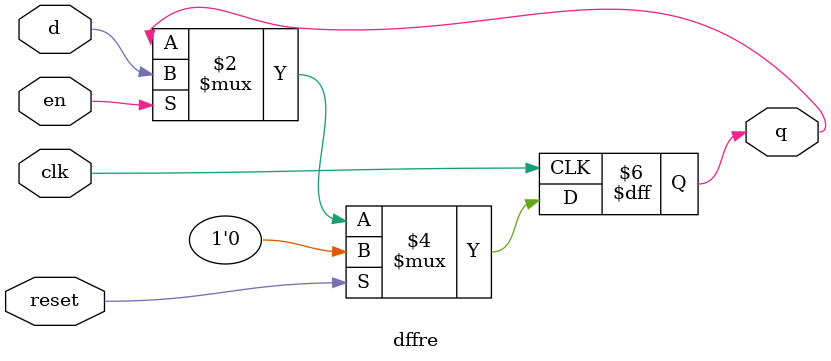
<source format=v>
`timescale 1ns / 1ps

module dffre(d, en, reset, clk, q);
parameter n = 1; //¼Ä´æÆ÷Î»Êý£¬n=1ÎªD´¥·¢Æ÷
input en, reset, clk;
input [n-1:0] d;
output [n-1:0] q;
reg [n-1:0] q;
always @(posedge clk) begin
    if(reset) begin
        q= {n{1'b0}};
    end
    else begin
        q = en? d:q;
    end
end
endmodule
</source>
